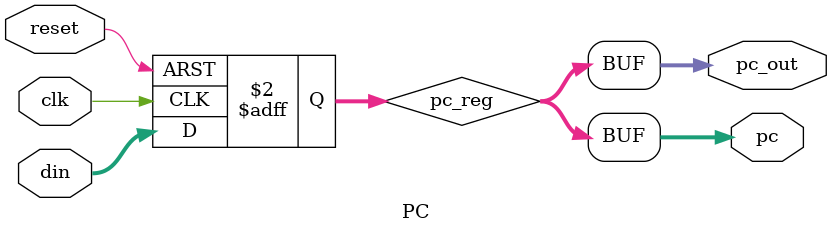
<source format=v>
`timescale 1ns / 1ps
`include "defines.vh"

module PC(
    input  wire clk,
    input  wire reset,
    input  wire [31:0] din,
    output wire [31:0] pc,
    output wire [31:0] pc_out
);
   
    reg [31:0] pc_reg;
  
    assign pc = pc_reg;
    assign pc_out = pc_reg;
   
    always @(posedge clk or posedge reset) begin
        if (reset) begin
            pc_reg <= -4;
        end else begin
            pc_reg <= din;
        end
    end

endmodule

</source>
